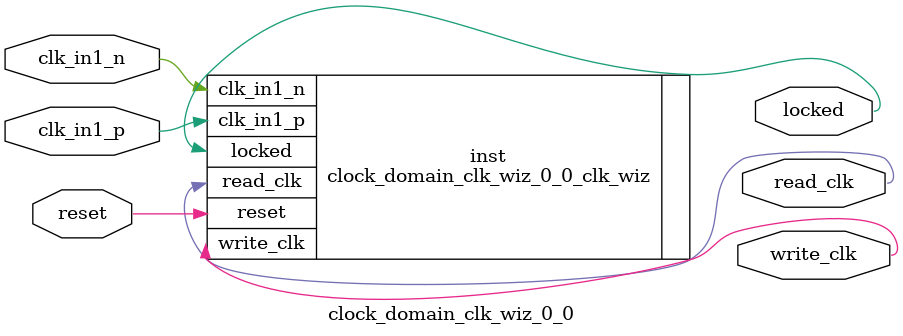
<source format=v>


`timescale 1ps/1ps

(* CORE_GENERATION_INFO = "clock_domain_clk_wiz_0_0,clk_wiz_v6_0_4_0_0,{component_name=clock_domain_clk_wiz_0_0,use_phase_alignment=false,use_min_o_jitter=false,use_max_i_jitter=false,use_dyn_phase_shift=false,use_inclk_switchover=false,use_dyn_reconfig=false,enable_axi=0,feedback_source=FDBK_AUTO,PRIMITIVE=MMCM,num_out_clk=2,clkin1_period=3.333,clkin2_period=10.0,use_power_down=false,use_reset=true,use_locked=true,use_inclk_stopped=false,feedback_type=SINGLE,CLOCK_MGR_TYPE=NA,manual_override=false}" *)

module clock_domain_clk_wiz_0_0 
 (
  // Clock out ports
  output        write_clk,
  output        read_clk,
  // Status and control signals
  input         reset,
  output        locked,
 // Clock in ports
  input         clk_in1_p,
  input         clk_in1_n
 );

  clock_domain_clk_wiz_0_0_clk_wiz inst
  (
  // Clock out ports  
  .write_clk(write_clk),
  .read_clk(read_clk),
  // Status and control signals               
  .reset(reset), 
  .locked(locked),
 // Clock in ports
  .clk_in1_p(clk_in1_p),
  .clk_in1_n(clk_in1_n)
  );

endmodule

</source>
